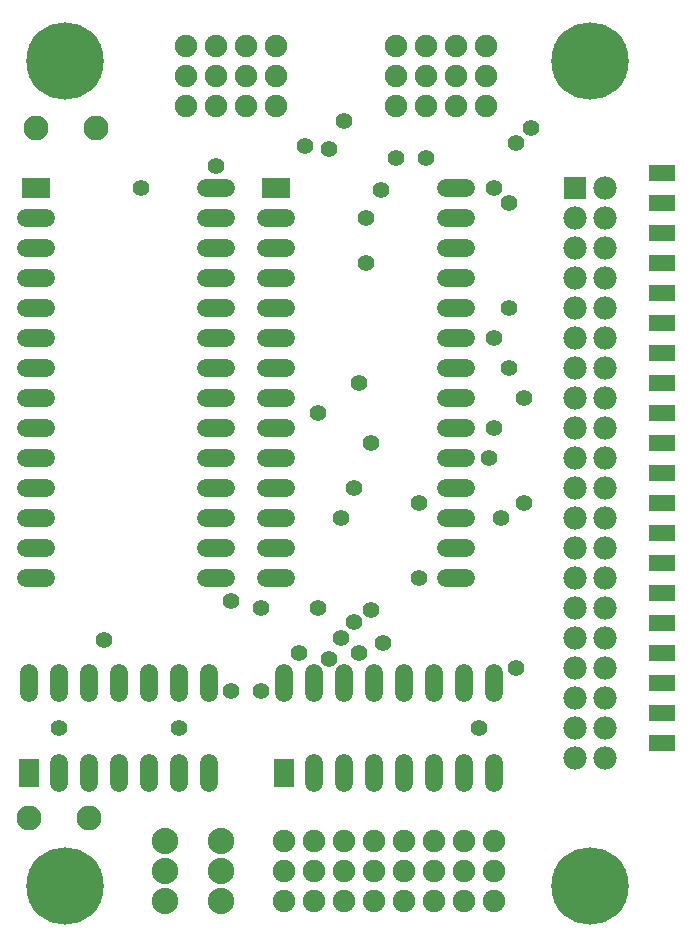
<source format=gbs>
G04 Layer_Color=16711935*
%FSLAX25Y25*%
%MOIN*%
G70*
G01*
G75*
%ADD30R,0.08674X0.05800*%
%ADD31R,0.07800X0.07800*%
%ADD32C,0.07800*%
%ADD33C,0.25800*%
%ADD34C,0.08300*%
%ADD35C,0.07493*%
%ADD36C,0.08800*%
%ADD37R,0.09300X0.07000*%
%ADD38O,0.12800X0.05918*%
%ADD39O,0.05918X0.12800*%
%ADD40R,0.07000X0.09300*%
%ADD41C,0.05524*%
D30*
X693500Y205000D02*
D03*
Y215000D02*
D03*
Y225000D02*
D03*
Y235000D02*
D03*
Y245000D02*
D03*
Y255000D02*
D03*
Y265000D02*
D03*
Y275000D02*
D03*
Y285000D02*
D03*
Y295000D02*
D03*
Y305000D02*
D03*
Y315000D02*
D03*
Y325000D02*
D03*
Y335000D02*
D03*
Y345000D02*
D03*
Y355000D02*
D03*
Y365000D02*
D03*
Y375000D02*
D03*
Y385000D02*
D03*
Y395000D02*
D03*
D31*
X664500Y390000D02*
D03*
D32*
X674500D02*
D03*
X664500Y380000D02*
D03*
X674500D02*
D03*
X664500Y370000D02*
D03*
X674500D02*
D03*
X664500Y360000D02*
D03*
X674500D02*
D03*
X664500Y350000D02*
D03*
X674500D02*
D03*
X664500Y340000D02*
D03*
X674500D02*
D03*
X664500Y330000D02*
D03*
X674500D02*
D03*
X664500Y320000D02*
D03*
X674500D02*
D03*
X664500Y310000D02*
D03*
X674500D02*
D03*
X664500Y300000D02*
D03*
X674500D02*
D03*
X664500Y290000D02*
D03*
X674500D02*
D03*
X664500Y280000D02*
D03*
X674500D02*
D03*
X664500Y270000D02*
D03*
X674500D02*
D03*
X664500Y260000D02*
D03*
X674500D02*
D03*
X664500Y250000D02*
D03*
X674500D02*
D03*
X664500Y240000D02*
D03*
X674500D02*
D03*
X664500Y230000D02*
D03*
X674500D02*
D03*
X664500Y220000D02*
D03*
X674500D02*
D03*
X664500Y210000D02*
D03*
X674500D02*
D03*
X664500Y200000D02*
D03*
X674500D02*
D03*
D33*
X669500Y157500D02*
D03*
Y432500D02*
D03*
X494500D02*
D03*
Y157500D02*
D03*
D34*
X505000Y410000D02*
D03*
X485000D02*
D03*
X482500Y180000D02*
D03*
X502500D02*
D03*
D35*
X605000Y427500D02*
D03*
Y417500D02*
D03*
Y437500D02*
D03*
X615000Y427500D02*
D03*
Y417500D02*
D03*
Y437500D02*
D03*
X625000Y427500D02*
D03*
Y417500D02*
D03*
Y437500D02*
D03*
X635000Y427500D02*
D03*
Y417500D02*
D03*
Y437500D02*
D03*
X535000Y427500D02*
D03*
Y417500D02*
D03*
Y437500D02*
D03*
X545000Y427500D02*
D03*
Y417500D02*
D03*
Y437500D02*
D03*
X555000Y427500D02*
D03*
Y417500D02*
D03*
Y437500D02*
D03*
X565000Y427500D02*
D03*
Y417500D02*
D03*
Y437500D02*
D03*
X637500Y172500D02*
D03*
Y152500D02*
D03*
Y162500D02*
D03*
X567500D02*
D03*
Y152500D02*
D03*
Y172500D02*
D03*
X577500Y162500D02*
D03*
Y152500D02*
D03*
Y172500D02*
D03*
X587500Y162500D02*
D03*
Y152500D02*
D03*
Y172500D02*
D03*
X597500Y162500D02*
D03*
Y152500D02*
D03*
Y172500D02*
D03*
X607500Y162500D02*
D03*
Y152500D02*
D03*
Y172500D02*
D03*
X617500Y162500D02*
D03*
Y152500D02*
D03*
Y172500D02*
D03*
X627500Y162500D02*
D03*
Y152500D02*
D03*
Y172500D02*
D03*
D36*
X528000Y162500D02*
D03*
Y152500D02*
D03*
Y172500D02*
D03*
X546500Y162500D02*
D03*
Y152500D02*
D03*
Y172500D02*
D03*
D37*
X485000Y390000D02*
D03*
X565000D02*
D03*
D38*
X485000Y380000D02*
D03*
Y370000D02*
D03*
Y360000D02*
D03*
Y350000D02*
D03*
Y340000D02*
D03*
Y330000D02*
D03*
Y320000D02*
D03*
Y310000D02*
D03*
Y300000D02*
D03*
Y290000D02*
D03*
Y280000D02*
D03*
Y270000D02*
D03*
Y260000D02*
D03*
X545000D02*
D03*
Y270000D02*
D03*
Y280000D02*
D03*
Y290000D02*
D03*
Y300000D02*
D03*
Y310000D02*
D03*
Y320000D02*
D03*
Y330000D02*
D03*
Y340000D02*
D03*
Y350000D02*
D03*
Y360000D02*
D03*
Y370000D02*
D03*
Y380000D02*
D03*
Y390000D02*
D03*
X625000D02*
D03*
Y380000D02*
D03*
Y370000D02*
D03*
Y360000D02*
D03*
Y350000D02*
D03*
Y340000D02*
D03*
Y330000D02*
D03*
Y320000D02*
D03*
Y310000D02*
D03*
Y300000D02*
D03*
Y290000D02*
D03*
Y280000D02*
D03*
Y270000D02*
D03*
Y260000D02*
D03*
X565000D02*
D03*
Y270000D02*
D03*
Y280000D02*
D03*
Y290000D02*
D03*
Y300000D02*
D03*
Y310000D02*
D03*
Y320000D02*
D03*
Y330000D02*
D03*
Y340000D02*
D03*
Y350000D02*
D03*
Y360000D02*
D03*
Y370000D02*
D03*
Y380000D02*
D03*
D39*
X567500Y225000D02*
D03*
X577500D02*
D03*
X587500D02*
D03*
X597500D02*
D03*
X607500D02*
D03*
X617500D02*
D03*
X627500D02*
D03*
X637500D02*
D03*
Y195000D02*
D03*
X627500D02*
D03*
X617500D02*
D03*
X607500D02*
D03*
X597500D02*
D03*
X587500D02*
D03*
X577500D02*
D03*
X482500Y225000D02*
D03*
X492500D02*
D03*
X502500D02*
D03*
X512500D02*
D03*
X522500D02*
D03*
X532500D02*
D03*
X542500D02*
D03*
Y195000D02*
D03*
X532500D02*
D03*
X522500D02*
D03*
X512500D02*
D03*
X502500D02*
D03*
X492500D02*
D03*
D40*
X567500D02*
D03*
X482500D02*
D03*
D41*
X507500Y239500D02*
D03*
X574500Y404000D02*
D03*
X645000Y405000D02*
D03*
X650000Y410000D02*
D03*
X582500Y403000D02*
D03*
X579000Y315000D02*
D03*
Y250000D02*
D03*
X560000D02*
D03*
X596500Y249500D02*
D03*
X591000Y245500D02*
D03*
X596500Y305000D02*
D03*
X582500Y233000D02*
D03*
X637500Y390000D02*
D03*
Y340000D02*
D03*
Y310000D02*
D03*
X636000Y300000D02*
D03*
X592500Y325000D02*
D03*
X600500Y238500D02*
D03*
X591000Y290000D02*
D03*
X586500Y240000D02*
D03*
Y280000D02*
D03*
X605000Y400000D02*
D03*
X600000Y389500D02*
D03*
X587500Y412500D02*
D03*
X645000Y230000D02*
D03*
X572500Y235000D02*
D03*
X592500D02*
D03*
X632500Y210000D02*
D03*
X595000Y380000D02*
D03*
X612500Y260000D02*
D03*
Y285000D02*
D03*
X640000Y280000D02*
D03*
X642500Y330000D02*
D03*
X647500Y285000D02*
D03*
Y320000D02*
D03*
X550000Y252500D02*
D03*
X560000Y222500D02*
D03*
X492500Y210000D02*
D03*
X532500D02*
D03*
X520000Y390000D02*
D03*
X595000Y365000D02*
D03*
X642500Y385000D02*
D03*
Y350000D02*
D03*
X545000Y397500D02*
D03*
X615000Y400000D02*
D03*
X550000Y222500D02*
D03*
M02*

</source>
